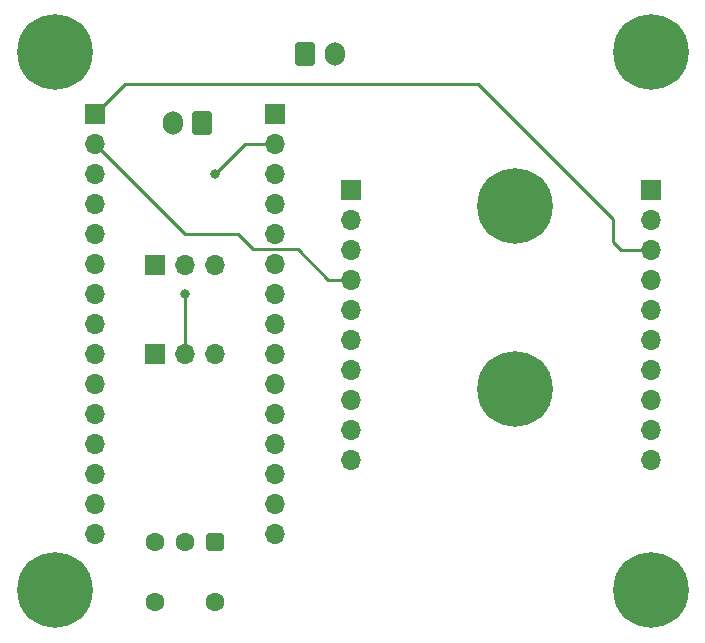
<source format=gbr>
%TF.GenerationSoftware,KiCad,Pcbnew,(6.0.8)*%
%TF.CreationDate,2022-10-07T10:45:27+09:00*%
%TF.ProjectId,Transmitter,5472616e-736d-4697-9474-65722e6b6963,rev?*%
%TF.SameCoordinates,Original*%
%TF.FileFunction,Copper,L2,Bot*%
%TF.FilePolarity,Positive*%
%FSLAX46Y46*%
G04 Gerber Fmt 4.6, Leading zero omitted, Abs format (unit mm)*
G04 Created by KiCad (PCBNEW (6.0.8)) date 2022-10-07 10:45:27*
%MOMM*%
%LPD*%
G01*
G04 APERTURE LIST*
G04 Aperture macros list*
%AMRoundRect*
0 Rectangle with rounded corners*
0 $1 Rounding radius*
0 $2 $3 $4 $5 $6 $7 $8 $9 X,Y pos of 4 corners*
0 Add a 4 corners polygon primitive as box body*
4,1,4,$2,$3,$4,$5,$6,$7,$8,$9,$2,$3,0*
0 Add four circle primitives for the rounded corners*
1,1,$1+$1,$2,$3*
1,1,$1+$1,$4,$5*
1,1,$1+$1,$6,$7*
1,1,$1+$1,$8,$9*
0 Add four rect primitives between the rounded corners*
20,1,$1+$1,$2,$3,$4,$5,0*
20,1,$1+$1,$4,$5,$6,$7,0*
20,1,$1+$1,$6,$7,$8,$9,0*
20,1,$1+$1,$8,$9,$2,$3,0*%
G04 Aperture macros list end*
%TA.AperFunction,ComponentPad*%
%ADD10R,1.700000X1.700000*%
%TD*%
%TA.AperFunction,ComponentPad*%
%ADD11O,1.700000X1.700000*%
%TD*%
%TA.AperFunction,ComponentPad*%
%ADD12RoundRect,0.250000X-0.600000X-0.750000X0.600000X-0.750000X0.600000X0.750000X-0.600000X0.750000X0*%
%TD*%
%TA.AperFunction,ComponentPad*%
%ADD13O,1.700000X2.000000*%
%TD*%
%TA.AperFunction,ComponentPad*%
%ADD14RoundRect,0.250000X0.600000X0.750000X-0.600000X0.750000X-0.600000X-0.750000X0.600000X-0.750000X0*%
%TD*%
%TA.AperFunction,ComponentPad*%
%ADD15C,0.800000*%
%TD*%
%TA.AperFunction,ComponentPad*%
%ADD16C,6.400000*%
%TD*%
%TA.AperFunction,ComponentPad*%
%ADD17C,1.600000*%
%TD*%
%TA.AperFunction,ComponentPad*%
%ADD18RoundRect,0.400000X0.400000X-0.400000X0.400000X0.400000X-0.400000X0.400000X-0.400000X-0.400000X0*%
%TD*%
%TA.AperFunction,ViaPad*%
%ADD19C,0.800000*%
%TD*%
%TA.AperFunction,Conductor*%
%ADD20C,0.250000*%
%TD*%
G04 APERTURE END LIST*
D10*
%TO.P,J4,1*%
%TO.N,Net-(J4-Pad1)*%
X171475000Y-85120000D03*
D11*
%TO.P,J4,2*%
%TO.N,Net-(J4-Pad2)*%
X171475000Y-87660000D03*
%TO.P,J4,3*%
%TO.N,TX*%
X171475000Y-90200000D03*
%TO.P,J4,4*%
%TO.N,Net-(J4-Pad4)*%
X171475000Y-92740000D03*
%TO.P,J4,5*%
%TO.N,Net-(J4-Pad5)*%
X171475000Y-95280000D03*
%TO.P,J4,6*%
%TO.N,Net-(J4-Pad6)*%
X171475000Y-97820000D03*
%TO.P,J4,7*%
%TO.N,Net-(J4-Pad7)*%
X171475000Y-100360000D03*
%TO.P,J4,8*%
%TO.N,Net-(J4-Pad8)*%
X171475000Y-102900000D03*
%TO.P,J4,9*%
%TO.N,GND*%
X171475000Y-105440000D03*
%TO.P,J4,10*%
%TO.N,Net-(J4-Pad10)*%
X171475000Y-107980000D03*
%TD*%
D10*
%TO.P,J3,1*%
%TO.N,Net-(J3-Pad1)*%
X146075000Y-85120000D03*
D11*
%TO.P,J3,2*%
%TO.N,Net-(J3-Pad2)*%
X146075000Y-87660000D03*
%TO.P,J3,3*%
%TO.N,Net-(J3-Pad3)*%
X146075000Y-90200000D03*
%TO.P,J3,4*%
%TO.N,RX*%
X146075000Y-92740000D03*
%TO.P,J3,5*%
%TO.N,Net-(J3-Pad5)*%
X146075000Y-95280000D03*
%TO.P,J3,6*%
%TO.N,Net-(J3-Pad6)*%
X146075000Y-97820000D03*
%TO.P,J3,7*%
%TO.N,Net-(J3-Pad7)*%
X146075000Y-100360000D03*
%TO.P,J3,8*%
%TO.N,Net-(J3-Pad8)*%
X146075000Y-102900000D03*
%TO.P,J3,9*%
%TO.N,+3V3*%
X146075000Y-105440000D03*
%TO.P,J3,10*%
%TO.N,Net-(J3-Pad10)*%
X146075000Y-107980000D03*
%TD*%
D12*
%TO.P,J5,1*%
%TO.N,PW_IN*%
X142240000Y-73660000D03*
D13*
%TO.P,J5,2*%
%TO.N,GND*%
X144740000Y-73660000D03*
%TD*%
D10*
%TO.P,J1,1*%
%TO.N,TX*%
X124460000Y-78740000D03*
D11*
%TO.P,J1,2*%
%TO.N,RX*%
X124460000Y-81280000D03*
%TO.P,J1,3*%
%TO.N,Net-(J1-Pad3)*%
X124460000Y-83820000D03*
%TO.P,J1,4*%
%TO.N,Net-(J1-Pad4)*%
X124460000Y-86360000D03*
%TO.P,J1,5*%
%TO.N,Net-(J1-Pad5)*%
X124460000Y-88900000D03*
%TO.P,J1,6*%
%TO.N,ESS_IN*%
X124460000Y-91440000D03*
%TO.P,J1,7*%
%TO.N,Net-(J1-Pad7)*%
X124460000Y-93980000D03*
%TO.P,J1,8*%
%TO.N,Net-(J1-Pad8)*%
X124460000Y-96520000D03*
%TO.P,J1,9*%
%TO.N,Net-(J1-Pad9)*%
X124460000Y-99060000D03*
%TO.P,J1,10*%
%TO.N,Net-(J1-Pad10)*%
X124460000Y-101600000D03*
%TO.P,J1,11*%
%TO.N,Net-(J1-Pad11)*%
X124460000Y-104140000D03*
%TO.P,J1,12*%
%TO.N,Net-(J1-Pad12)*%
X124460000Y-106680000D03*
%TO.P,J1,13*%
%TO.N,Net-(J1-Pad13)*%
X124460000Y-109220000D03*
%TO.P,J1,14*%
%TO.N,Net-(J1-Pad14)*%
X124460000Y-111760000D03*
%TO.P,J1,15*%
%TO.N,Net-(J1-Pad15)*%
X124460000Y-114300000D03*
%TD*%
D14*
%TO.P,ESS,1*%
%TO.N,+5V*%
X133500000Y-79450000D03*
D13*
%TO.P,ESS,2*%
%TO.N,ESS_IN*%
X131000000Y-79450000D03*
%TD*%
D15*
%TO.P,REF\u002A\u002A,1*%
%TO.N,N/C*%
X119302944Y-117302944D03*
X118600000Y-119000000D03*
D16*
X121000000Y-119000000D03*
D15*
X119302944Y-120697056D03*
X122697056Y-117302944D03*
X121000000Y-116600000D03*
X122697056Y-120697056D03*
X121000000Y-121400000D03*
X123400000Y-119000000D03*
%TD*%
%TO.P,REF\u002A\u002A,1*%
%TO.N,N/C*%
X169802944Y-117302944D03*
X171500000Y-116600000D03*
X173197056Y-120697056D03*
X171500000Y-121400000D03*
X169802944Y-120697056D03*
X169100000Y-119000000D03*
X173900000Y-119000000D03*
D16*
X171500000Y-119000000D03*
D15*
X173197056Y-117302944D03*
%TD*%
D17*
%TO.P,SW1,3*%
%TO.N,Net-(SW1-Pad3)*%
X129540000Y-114910000D03*
%TO.P,SW1,2*%
%TO.N,PW_IN*%
X132080000Y-114910000D03*
D18*
%TO.P,SW1,1*%
%TO.N,VCC*%
X134620000Y-114910000D03*
D17*
%TO.P,SW1,*%
%TO.N,*%
X129540000Y-119990000D03*
X134620000Y-119990000D03*
%TD*%
D10*
%TO.P,J2,1*%
%TO.N,Net-(J2-Pad1)*%
X139700000Y-78740000D03*
D11*
%TO.P,J2,2*%
%TO.N,GND*%
X139700000Y-81280000D03*
%TO.P,J2,3*%
%TO.N,Net-(J2-Pad3)*%
X139700000Y-83820000D03*
%TO.P,J2,4*%
%TO.N,+5V*%
X139700000Y-86360000D03*
%TO.P,J2,5*%
%TO.N,Net-(J2-Pad5)*%
X139700000Y-88900000D03*
%TO.P,J2,6*%
%TO.N,Net-(J2-Pad6)*%
X139700000Y-91440000D03*
%TO.P,J2,7*%
%TO.N,Net-(J2-Pad7)*%
X139700000Y-93980000D03*
%TO.P,J2,8*%
%TO.N,Net-(J2-Pad8)*%
X139700000Y-96520000D03*
%TO.P,J2,9*%
%TO.N,Net-(J2-Pad9)*%
X139700000Y-99060000D03*
%TO.P,J2,10*%
%TO.N,Net-(J2-Pad10)*%
X139700000Y-101600000D03*
%TO.P,J2,11*%
%TO.N,Net-(J2-Pad11)*%
X139700000Y-104140000D03*
%TO.P,J2,12*%
%TO.N,Net-(J2-Pad12)*%
X139700000Y-106680000D03*
%TO.P,J2,13*%
%TO.N,Net-(J2-Pad13)*%
X139700000Y-109220000D03*
%TO.P,J2,14*%
%TO.N,+3V3*%
X139700000Y-111760000D03*
%TO.P,J2,15*%
%TO.N,Net-(J2-Pad15)*%
X139700000Y-114300000D03*
%TD*%
D16*
%TO.P,REF\u002A\u002A,1*%
%TO.N,N/C*%
X121000000Y-73500000D03*
D15*
X122697056Y-71802944D03*
X121000000Y-75900000D03*
X118600000Y-73500000D03*
X119302944Y-75197056D03*
X121000000Y-71100000D03*
X122697056Y-75197056D03*
X119302944Y-71802944D03*
X123400000Y-73500000D03*
%TD*%
%TO.P,REF\u002A\u002A,1*%
%TO.N,N/C*%
X160000000Y-84100000D03*
X158302944Y-84802944D03*
D16*
X160000000Y-86500000D03*
D15*
X161697056Y-88197056D03*
X160000000Y-88900000D03*
X157600000Y-86500000D03*
X158302944Y-88197056D03*
X162400000Y-86500000D03*
X161697056Y-84802944D03*
%TD*%
%TO.P,REF\u002A\u002A,1*%
%TO.N,N/C*%
X161697056Y-100302944D03*
X162400000Y-102000000D03*
X158302944Y-103697056D03*
X160000000Y-104400000D03*
X160000000Y-99600000D03*
X158302944Y-100302944D03*
X157600000Y-102000000D03*
X161697056Y-103697056D03*
D16*
X160000000Y-102000000D03*
%TD*%
D15*
%TO.P,REF\u002A\u002A,1*%
%TO.N,N/C*%
X173197056Y-71802944D03*
X169802944Y-75197056D03*
X169802944Y-71802944D03*
X169100000Y-73500000D03*
D16*
X171500000Y-73500000D03*
D15*
X171500000Y-71100000D03*
X173900000Y-73500000D03*
X173197056Y-75197056D03*
X171500000Y-75900000D03*
%TD*%
D10*
%TO.P,J8,1*%
%TO.N,+5V*%
X129540000Y-99070000D03*
D11*
%TO.P,J8,2*%
%TO.N,GND*%
X132080000Y-99070000D03*
%TO.P,J8,3*%
%TO.N,VCC*%
X134620000Y-99070000D03*
%TD*%
D10*
%TO.P,J7,1*%
%TO.N,Net-(J7-Pad1)*%
X129540000Y-91465000D03*
D11*
%TO.P,J7,2*%
%TO.N,Net-(J7-Pad2)*%
X132080000Y-91465000D03*
%TO.P,J7,3*%
%TO.N,Net-(J7-Pad3)*%
X134620000Y-91465000D03*
%TD*%
D19*
%TO.N,GND*%
X134620000Y-83820000D03*
X132080000Y-93980000D03*
%TD*%
D20*
%TO.N,GND*%
X137160000Y-81280000D02*
X134620000Y-83820000D01*
X132080000Y-99070000D02*
X132080000Y-94615000D01*
X139700000Y-81280000D02*
X137160000Y-81280000D01*
X132080000Y-94615000D02*
X132080000Y-93980000D01*
%TO.N,RX*%
X137795000Y-90170000D02*
X141605000Y-90170000D01*
X132080000Y-88900000D02*
X136525000Y-88900000D01*
X124460000Y-81280000D02*
X132080000Y-88900000D01*
X136525000Y-88900000D02*
X137795000Y-90170000D01*
X144175000Y-92740000D02*
X146075000Y-92740000D01*
X141605000Y-90170000D02*
X144175000Y-92740000D01*
%TO.N,TX*%
X127000000Y-76200000D02*
X156845000Y-76200000D01*
X168940000Y-90200000D02*
X171475000Y-90200000D01*
X168275000Y-87630000D02*
X168275000Y-89535000D01*
X168275000Y-89535000D02*
X168940000Y-90200000D01*
X156845000Y-76200000D02*
X168275000Y-87630000D01*
X124460000Y-78740000D02*
X127000000Y-76200000D01*
%TD*%
M02*

</source>
